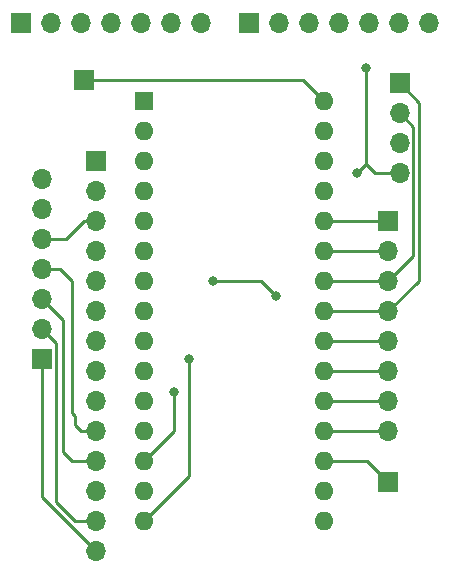
<source format=gtl>
G04 #@! TF.GenerationSoftware,KiCad,Pcbnew,7.0.10*
G04 #@! TF.CreationDate,2024-01-19T13:14:19-08:00*
G04 #@! TF.ProjectId,Jettabrain,4a657474-6162-4726-9169-6e2e6b696361,rev?*
G04 #@! TF.SameCoordinates,Original*
G04 #@! TF.FileFunction,Copper,L1,Top*
G04 #@! TF.FilePolarity,Positive*
%FSLAX46Y46*%
G04 Gerber Fmt 4.6, Leading zero omitted, Abs format (unit mm)*
G04 Created by KiCad (PCBNEW 7.0.10) date 2024-01-19 13:14:19*
%MOMM*%
%LPD*%
G01*
G04 APERTURE LIST*
G04 #@! TA.AperFunction,ComponentPad*
%ADD10R,1.700000X1.700000*%
G04 #@! TD*
G04 #@! TA.AperFunction,ComponentPad*
%ADD11O,1.700000X1.700000*%
G04 #@! TD*
G04 #@! TA.AperFunction,ComponentPad*
%ADD12O,1.600000X1.600000*%
G04 #@! TD*
G04 #@! TA.AperFunction,ComponentPad*
%ADD13R,1.600000X1.600000*%
G04 #@! TD*
G04 #@! TA.AperFunction,ViaPad*
%ADD14C,0.800000*%
G04 #@! TD*
G04 #@! TA.AperFunction,Conductor*
%ADD15C,0.250000*%
G04 #@! TD*
G04 APERTURE END LIST*
D10*
X129540000Y-86614000D03*
D11*
X125984000Y-94996000D03*
X125984000Y-97536000D03*
X125984000Y-100076000D03*
X125984000Y-102616000D03*
X125984000Y-105156000D03*
X125984000Y-107696000D03*
D10*
X125984000Y-110236000D03*
X155321000Y-120650000D03*
D12*
X149860000Y-88392000D03*
X149860000Y-90932000D03*
X149860000Y-93472000D03*
X149860000Y-96012000D03*
X149860000Y-98552000D03*
X149860000Y-101092000D03*
X149860000Y-103632000D03*
X149860000Y-106172000D03*
X149860000Y-108712000D03*
X149860000Y-111252000D03*
X149860000Y-113792000D03*
X149860000Y-116332000D03*
X149860000Y-118872000D03*
X149860000Y-121412000D03*
X149860000Y-123952000D03*
X134620000Y-123952000D03*
X134620000Y-121412000D03*
X134620000Y-118872000D03*
X134620000Y-116332000D03*
X134620000Y-113792000D03*
X134620000Y-111252000D03*
X134620000Y-108712000D03*
X134620000Y-106172000D03*
X134620000Y-103632000D03*
X134620000Y-101092000D03*
X134620000Y-98552000D03*
X134620000Y-96012000D03*
X134620000Y-93472000D03*
X134620000Y-90932000D03*
D13*
X134620000Y-88392000D03*
D11*
X155321000Y-116332000D03*
X155321000Y-113792000D03*
X155321000Y-111252000D03*
X155321000Y-108712000D03*
X155321000Y-106172000D03*
X155321000Y-103632000D03*
X155321000Y-101092000D03*
D10*
X155321000Y-98552000D03*
D11*
X139446000Y-81788000D03*
X136906000Y-81788000D03*
X134366000Y-81788000D03*
X131826000Y-81788000D03*
X129286000Y-81788000D03*
X126746000Y-81788000D03*
D10*
X124206000Y-81788000D03*
X143505000Y-81788000D03*
D11*
X146045000Y-81788000D03*
X148585000Y-81788000D03*
X151125000Y-81788000D03*
X153665000Y-81788000D03*
X156205000Y-81788000D03*
X158745000Y-81788000D03*
X156280000Y-94498000D03*
X156280000Y-91958000D03*
X156280000Y-89418000D03*
D10*
X156280000Y-86878000D03*
D11*
X130556000Y-126492000D03*
X130556000Y-123952000D03*
X130556000Y-121412000D03*
X130556000Y-118872000D03*
X130556000Y-116332000D03*
X130556000Y-113792000D03*
X130556000Y-111252000D03*
X130556000Y-108712000D03*
X130556000Y-106172000D03*
X130556000Y-103632000D03*
X130556000Y-101092000D03*
X130556000Y-98552000D03*
X130556000Y-96012000D03*
D10*
X130556000Y-93472000D03*
D14*
X153416000Y-85598000D03*
X152654000Y-94498000D03*
X137160000Y-113030000D03*
X138430000Y-110236000D03*
X145796000Y-104902000D03*
X140462000Y-103632000D03*
D15*
X154178000Y-94498000D02*
X156280000Y-94498000D01*
X153416000Y-93736000D02*
X154178000Y-94498000D01*
X153416000Y-93736000D02*
X152654000Y-94498000D01*
X153416000Y-85598000D02*
X153416000Y-93736000D01*
X134574000Y-88346000D02*
X134620000Y-88392000D01*
X125984000Y-100076000D02*
X128016000Y-100076000D01*
X129540000Y-98552000D02*
X130556000Y-98552000D01*
X128016000Y-100076000D02*
X129540000Y-98552000D01*
X128778000Y-115824000D02*
X128778000Y-115062000D01*
X128524000Y-103632000D02*
X127508000Y-102616000D01*
X128778000Y-115062000D02*
X128524000Y-114808000D01*
X129286000Y-116332000D02*
X128778000Y-115824000D01*
X128524000Y-114808000D02*
X128524000Y-103632000D01*
X130556000Y-116332000D02*
X129286000Y-116332000D01*
X127508000Y-102616000D02*
X125984000Y-102616000D01*
X127762000Y-118110000D02*
X128524000Y-118872000D01*
X125984000Y-105156000D02*
X127762000Y-106934000D01*
X128524000Y-118872000D02*
X130556000Y-118872000D01*
X137160000Y-116332000D02*
X134620000Y-118872000D01*
X127762000Y-106934000D02*
X127762000Y-118110000D01*
X137160000Y-113030000D02*
X137160000Y-116332000D01*
X125984000Y-107696000D02*
X127159000Y-108871000D01*
X138430000Y-110236000D02*
X138430000Y-120142000D01*
X128778000Y-123952000D02*
X130556000Y-123952000D01*
X127159000Y-122333000D02*
X128778000Y-123952000D01*
X127159000Y-108871000D02*
X127159000Y-122333000D01*
X138430000Y-120142000D02*
X134620000Y-123952000D01*
X144526000Y-103632000D02*
X145796000Y-104902000D01*
X125984000Y-121920000D02*
X130556000Y-126492000D01*
X125984000Y-110236000D02*
X125984000Y-121920000D01*
X140462000Y-103632000D02*
X144526000Y-103632000D01*
X153543000Y-118872000D02*
X155321000Y-120650000D01*
X149860000Y-118872000D02*
X153543000Y-118872000D01*
X149860000Y-116332000D02*
X155321000Y-116332000D01*
X155321000Y-113792000D02*
X149860000Y-113792000D01*
X149860000Y-111252000D02*
X155321000Y-111252000D01*
X155321000Y-108712000D02*
X149860000Y-108712000D01*
X157905000Y-88503000D02*
X157905000Y-103588000D01*
X157905000Y-103588000D02*
X155321000Y-106172000D01*
X155321000Y-106172000D02*
X149860000Y-106172000D01*
X156280000Y-86878000D02*
X157905000Y-88503000D01*
X156280000Y-89418000D02*
X157455000Y-90593000D01*
X157455000Y-101498000D02*
X155321000Y-103632000D01*
X157455000Y-90593000D02*
X157455000Y-101498000D01*
X149860000Y-103632000D02*
X155321000Y-103632000D01*
X155321000Y-101092000D02*
X149860000Y-101092000D01*
X129540000Y-86614000D02*
X148082000Y-86614000D01*
X148082000Y-86614000D02*
X149860000Y-88392000D01*
X155321000Y-98552000D02*
X149860000Y-98552000D01*
M02*

</source>
